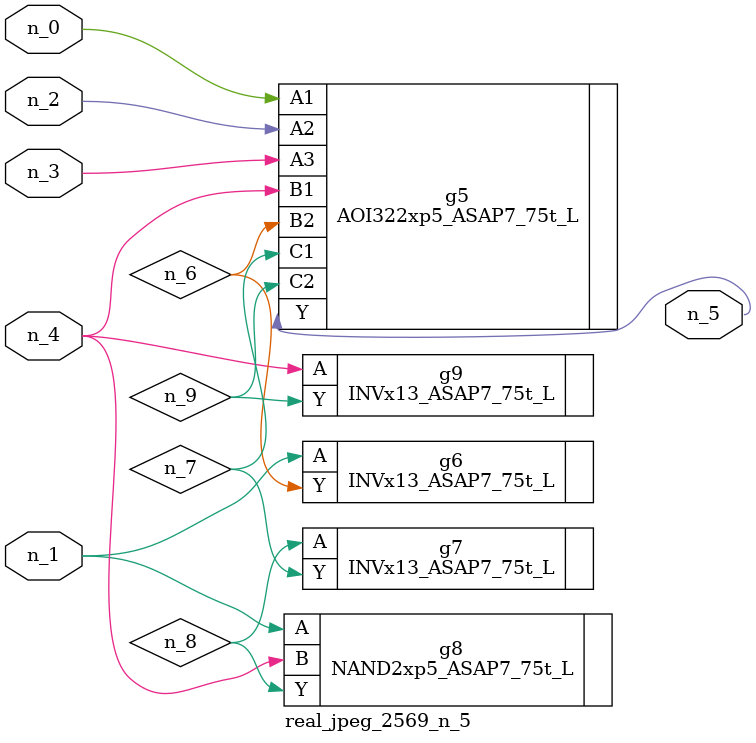
<source format=v>
module real_jpeg_2569_n_5 (n_4, n_0, n_1, n_2, n_3, n_5);

input n_4;
input n_0;
input n_1;
input n_2;
input n_3;

output n_5;

wire n_8;
wire n_6;
wire n_7;
wire n_9;

AOI322xp5_ASAP7_75t_L g5 ( 
.A1(n_0),
.A2(n_2),
.A3(n_3),
.B1(n_4),
.B2(n_6),
.C1(n_7),
.C2(n_9),
.Y(n_5)
);

INVx13_ASAP7_75t_L g6 ( 
.A(n_1),
.Y(n_6)
);

NAND2xp5_ASAP7_75t_L g8 ( 
.A(n_1),
.B(n_4),
.Y(n_8)
);

INVx13_ASAP7_75t_L g9 ( 
.A(n_4),
.Y(n_9)
);

INVx13_ASAP7_75t_L g7 ( 
.A(n_8),
.Y(n_7)
);


endmodule
</source>
